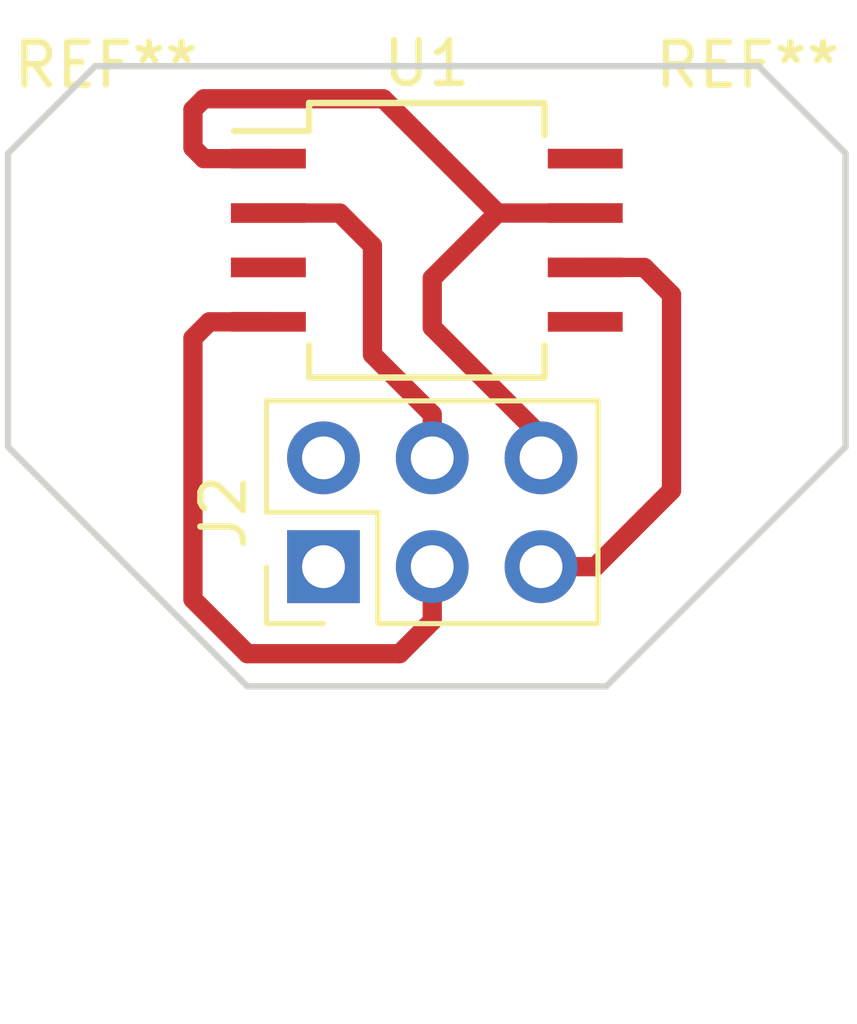
<source format=kicad_pcb>
(kicad_pcb (version 4) (host pcbnew 4.0.7-e2-6376~58~ubuntu16.04.1)

  (general
    (links 7)
    (no_connects 2)
    (area 140.640999 105.080999 160.349001 119.963001)
    (thickness 1.6)
    (drawings 8)
    (tracks 29)
    (zones 0)
    (modules 4)
    (nets 8)
  )

  (page A4)
  (layers
    (0 F.Cu signal)
    (31 B.Cu signal)
    (32 B.Adhes user)
    (33 F.Adhes user)
    (34 B.Paste user)
    (35 F.Paste user)
    (36 B.SilkS user)
    (37 F.SilkS user)
    (38 B.Mask user)
    (39 F.Mask user)
    (40 Dwgs.User user)
    (41 Cmts.User user)
    (42 Eco1.User user)
    (43 Eco2.User user)
    (44 Edge.Cuts user)
    (45 Margin user)
    (46 B.CrtYd user)
    (47 F.CrtYd user)
    (48 B.Fab user)
    (49 F.Fab user)
  )

  (setup
    (last_trace_width 0.45)
    (trace_clearance 0.8)
    (zone_clearance 0.508)
    (zone_45_only no)
    (trace_min 0.2)
    (segment_width 0.2)
    (edge_width 0.15)
    (via_size 0.6)
    (via_drill 0.4)
    (via_min_size 0.4)
    (via_min_drill 0.3)
    (uvia_size 0.3)
    (uvia_drill 0.1)
    (uvias_allowed no)
    (uvia_min_size 0.2)
    (uvia_min_drill 0.1)
    (pcb_text_width 0.3)
    (pcb_text_size 1.5 1.5)
    (mod_edge_width 0.15)
    (mod_text_size 1 1)
    (mod_text_width 0.15)
    (pad_size 1.7 1.7)
    (pad_drill 1)
    (pad_to_mask_clearance 0.2)
    (aux_axis_origin 143.002 108.331)
    (visible_elements 7FFFFFFF)
    (pcbplotparams
      (layerselection 0x01000_00000001)
      (usegerberextensions false)
      (excludeedgelayer true)
      (linewidth 0.100000)
      (plotframeref false)
      (viasonmask false)
      (mode 1)
      (useauxorigin false)
      (hpglpennumber 1)
      (hpglpenspeed 20)
      (hpglpendiameter 15)
      (hpglpenoverlay 2)
      (psnegative false)
      (psa4output false)
      (plotreference true)
      (plotvalue true)
      (plotinvisibletext false)
      (padsonsilk false)
      (subtractmaskfromsilk false)
      (outputformat 1)
      (mirror false)
      (drillshape 0)
      (scaleselection 1)
      (outputdirectory ""))
  )

  (net 0 "")
  (net 1 "Net-(J1-Pad1)")
  (net 2 "Net-(J1-Pad2)")
  (net 3 "Net-(J1-Pad3)")
  (net 4 "Net-(J1-Pad4)")
  (net 5 "Net-(J1-Pad5)")
  (net 6 "Net-(J1-Pad6)")
  (net 7 "Net-(J1-Pad8)")

  (net_class Default "This is the default net class."
    (clearance 0.8)
    (trace_width 0.45)
    (via_dia 0.6)
    (via_drill 0.4)
    (uvia_dia 0.3)
    (uvia_drill 0.1)
    (add_net "Net-(J1-Pad1)")
    (add_net "Net-(J1-Pad2)")
    (add_net "Net-(J1-Pad3)")
    (add_net "Net-(J1-Pad4)")
    (add_net "Net-(J1-Pad5)")
    (add_net "Net-(J1-Pad6)")
    (add_net "Net-(J1-Pad8)")
  )

  (module Housings_SOIC:SO-8_5.3x6.2mm_Pitch1.27mm (layer F.Cu) (tedit 5AD5425B) (tstamp 5ACEDD34)
    (at 150.495 109.22)
    (descr "8-Lead Plastic Small Outline, 5.3x6.2mm Body (http://www.ti.com.cn/cn/lit/ds/symlink/tl7705a.pdf)")
    (tags "SOIC 1.27")
    (path /5ACEDB73)
    (attr smd)
    (fp_text reference U1 (at 0 -4.13) (layer F.SilkS)
      (effects (font (size 1 1) (thickness 0.15)))
    )
    (fp_text value KMZ60 (at 0.127 -2.032) (layer F.Fab)
      (effects (font (size 1 1) (thickness 0.15)))
    )
    (fp_text user %R (at 0 0) (layer F.Fab)
      (effects (font (size 1 1) (thickness 0.15)))
    )
    (fp_line (start -1.65 -3.1) (end 2.65 -3.1) (layer F.Fab) (width 0.15))
    (fp_line (start 2.65 -3.1) (end 2.65 3.1) (layer F.Fab) (width 0.15))
    (fp_line (start 2.65 3.1) (end -2.65 3.1) (layer F.Fab) (width 0.15))
    (fp_line (start -2.65 3.1) (end -2.65 -2.1) (layer F.Fab) (width 0.15))
    (fp_line (start -2.65 -2.1) (end -1.65 -3.1) (layer F.Fab) (width 0.15))
    (fp_line (start -4.83 -3.35) (end -4.83 3.35) (layer F.CrtYd) (width 0.05))
    (fp_line (start 4.83 -3.35) (end 4.83 3.35) (layer F.CrtYd) (width 0.05))
    (fp_line (start -4.83 -3.35) (end 4.83 -3.35) (layer F.CrtYd) (width 0.05))
    (fp_line (start -4.83 3.35) (end 4.83 3.35) (layer F.CrtYd) (width 0.05))
    (fp_line (start -2.75 -3.205) (end -2.75 -2.55) (layer F.SilkS) (width 0.15))
    (fp_line (start 2.75 -3.205) (end 2.75 -2.455) (layer F.SilkS) (width 0.15))
    (fp_line (start 2.75 3.205) (end 2.75 2.455) (layer F.SilkS) (width 0.15))
    (fp_line (start -2.75 3.205) (end -2.75 2.455) (layer F.SilkS) (width 0.15))
    (fp_line (start -2.75 -3.205) (end 2.75 -3.205) (layer F.SilkS) (width 0.15))
    (fp_line (start -2.75 3.205) (end 2.75 3.205) (layer F.SilkS) (width 0.15))
    (fp_line (start -2.75 -2.55) (end -4.5 -2.55) (layer F.SilkS) (width 0.15))
    (pad 1 smd rect (at -3.7 -1.905) (size 1.75 0.46) (layers F.Cu F.Paste F.Mask)
      (net 1 "Net-(J1-Pad1)"))
    (pad 2 smd rect (at -3.7 -0.635) (size 1.75 0.46) (layers F.Cu F.Paste F.Mask)
      (net 2 "Net-(J1-Pad2)"))
    (pad 3 smd rect (at -3.7 0.635) (size 1.75 0.46) (layers F.Cu F.Paste F.Mask)
      (net 3 "Net-(J1-Pad3)"))
    (pad 4 smd rect (at -3.7 1.905) (size 1.75 0.46) (layers F.Cu F.Paste F.Mask)
      (net 4 "Net-(J1-Pad4)"))
    (pad 5 smd rect (at 3.7 1.905) (size 1.75 0.46) (layers F.Cu F.Paste F.Mask)
      (net 5 "Net-(J1-Pad5)"))
    (pad 6 smd rect (at 3.7 0.635) (size 1.75 0.46) (layers F.Cu F.Paste F.Mask)
      (net 6 "Net-(J1-Pad6)"))
    (pad 7 smd rect (at 3.7 -0.635) (size 1.75 0.46) (layers F.Cu F.Paste F.Mask)
      (net 1 "Net-(J1-Pad1)"))
    (pad 8 smd rect (at 3.7 -1.905) (size 1.75 0.46) (layers F.Cu F.Paste F.Mask)
      (net 7 "Net-(J1-Pad8)"))
    (model ${KISYS3DMOD}/Housings_SOIC.3dshapes/SO-8_5.3x6.2mm_Pitch1.27mm.wrl
      (at (xyz 0 0 0))
      (scale (xyz 1 1 1))
      (rotate (xyz 0 0 0))
    )
  )

  (module Mounting_Holes:MountingHole_2.2mm_M2 (layer F.Cu) (tedit 5AD1153F) (tstamp 5ACFEC1C)
    (at 143.002 108.331)
    (descr "Mounting Hole 2.2mm, no annular, M2")
    (tags "mounting hole 2.2mm no annular m2")
    (attr virtual)
    (fp_text reference REF** (at 0 -3.2) (layer F.SilkS)
      (effects (font (size 1 1) (thickness 0.15)))
    )
    (fp_text value "" (at 0 3.2) (layer F.Fab)
      (effects (font (size 1 1) (thickness 0.15)))
    )
    (fp_text user %R (at 0.3 0) (layer F.Fab)
      (effects (font (size 1 1) (thickness 0.15)))
    )
    (fp_circle (center 0 0) (end 2.2 0) (layer Cmts.User) (width 0.15))
    (fp_circle (center 0 0) (end 2.45 0) (layer F.CrtYd) (width 0.05))
    (pad 1 np_thru_hole circle (at 0 0) (size 2.2 2.2) (drill 2.2) (layers *.Cu *.Mask))
  )

  (module Mounting_Holes:MountingHole_2.2mm_M2 (layer F.Cu) (tedit 5AD11544) (tstamp 5ACFEC2B)
    (at 157.988 108.331)
    (descr "Mounting Hole 2.2mm, no annular, M2")
    (tags "mounting hole 2.2mm no annular m2")
    (attr virtual)
    (fp_text reference REF** (at 0 -3.2) (layer F.SilkS)
      (effects (font (size 1 1) (thickness 0.15)))
    )
    (fp_text value "" (at 0 3.2) (layer F.Fab)
      (effects (font (size 1 1) (thickness 0.15)))
    )
    (fp_text user %R (at 0.3 0) (layer F.Fab)
      (effects (font (size 1 1) (thickness 0.15)))
    )
    (fp_circle (center 0 0) (end 2.2 0) (layer Cmts.User) (width 0.15))
    (fp_circle (center 0 0) (end 2.45 0) (layer F.CrtYd) (width 0.05))
    (pad 1 np_thru_hole circle (at 0 0) (size 2.2 2.2) (drill 2.2) (layers *.Cu *.Mask))
  )

  (module Pin_Headers:Pin_Header_Straight_2x03_Pitch2.54mm (layer F.Cu) (tedit 5AD54373) (tstamp 5AD54236)
    (at 148.082 116.84 90)
    (descr "Through hole straight pin header, 2x03, 2.54mm pitch, double rows")
    (tags "Through hole pin header THT 2x03 2.54mm double row")
    (path /5AD54106)
    (fp_text reference J2 (at 1.27 -2.33 90) (layer F.SilkS)
      (effects (font (size 1 1) (thickness 0.15)))
    )
    (fp_text value Conn_02x03_Counter_Clockwise (at 1.27 7.41 90) (layer F.Fab)
      (effects (font (size 1 1) (thickness 0.15)))
    )
    (fp_line (start 0 -1.27) (end 3.81 -1.27) (layer F.Fab) (width 0.1))
    (fp_line (start 3.81 -1.27) (end 3.81 6.35) (layer F.Fab) (width 0.1))
    (fp_line (start 3.81 6.35) (end -1.27 6.35) (layer F.Fab) (width 0.1))
    (fp_line (start -1.27 6.35) (end -1.27 0) (layer F.Fab) (width 0.1))
    (fp_line (start -1.27 0) (end 0 -1.27) (layer F.Fab) (width 0.1))
    (fp_line (start -1.33 6.41) (end 3.87 6.41) (layer F.SilkS) (width 0.12))
    (fp_line (start -1.33 1.27) (end -1.33 6.41) (layer F.SilkS) (width 0.12))
    (fp_line (start 3.87 -1.33) (end 3.87 6.41) (layer F.SilkS) (width 0.12))
    (fp_line (start -1.33 1.27) (end 1.27 1.27) (layer F.SilkS) (width 0.12))
    (fp_line (start 1.27 1.27) (end 1.27 -1.33) (layer F.SilkS) (width 0.12))
    (fp_line (start 1.27 -1.33) (end 3.87 -1.33) (layer F.SilkS) (width 0.12))
    (fp_line (start -1.33 0) (end -1.33 -1.33) (layer F.SilkS) (width 0.12))
    (fp_line (start -1.33 -1.33) (end 0 -1.33) (layer F.SilkS) (width 0.12))
    (fp_line (start -1.8 -1.8) (end -1.8 6.85) (layer F.CrtYd) (width 0.05))
    (fp_line (start -1.8 6.85) (end 4.35 6.85) (layer F.CrtYd) (width 0.05))
    (fp_line (start 4.35 6.85) (end 4.35 -1.8) (layer F.CrtYd) (width 0.05))
    (fp_line (start 4.35 -1.8) (end -1.8 -1.8) (layer F.CrtYd) (width 0.05))
    (fp_text user %R (at 1.27 2.54 180) (layer F.Fab)
      (effects (font (size 1 1) (thickness 0.15)))
    )
    (pad 1 thru_hole rect (at 0 0 90) (size 1.7 1.7) (drill 1) (layers *.Cu *.Mask)
      (net 1 "Net-(J1-Pad1)"))
    (pad 6 thru_hole oval (at 2.54 0 90) (size 1.7 1.7) (drill 1) (layers *.Cu *.Mask)
      (net 6 "Net-(J1-Pad6)"))
    (pad 5 thru_hole oval (at 0 2.54 90) (size 1.7 1.7) (drill 1) (layers *.Cu *.Mask)
      (net 4 "Net-(J1-Pad4)"))
    (pad 2 thru_hole oval (at 2.54 2.54 90) (size 1.7 1.7) (drill 1) (layers *.Cu *.Mask)
      (net 2 "Net-(J1-Pad2)"))
    (pad 3 thru_hole oval (at 0 5.08 90) (size 1.7 1.7) (drill 1) (layers *.Cu *.Mask)
      (net 6 "Net-(J1-Pad6)"))
    (pad 4 thru_hole oval (at 2.54 5.08 90) (size 1.7 1.7) (drill 1) (layers *.Cu *.Mask)
      (net 1 "Net-(J1-Pad1)"))
    (model ${KISYS3DMOD}/Pin_Headers.3dshapes/Pin_Header_Straight_2x03_Pitch2.54mm.wrl
      (at (xyz 0 0 0))
      (scale (xyz 1 1 1))
      (rotate (xyz 0 0 0))
    )
  )

  (gr_line (start 160.274 114.046) (end 154.686 119.634) (angle 90) (layer Edge.Cuts) (width 0.15))
  (gr_line (start 160.274 114.046) (end 160.274 107.188) (angle 90) (layer Edge.Cuts) (width 0.15))
  (gr_line (start 146.304 119.634) (end 154.686 119.634) (angle 90) (layer Edge.Cuts) (width 0.15))
  (gr_line (start 158.242 105.156) (end 142.748 105.156) (angle 90) (layer Edge.Cuts) (width 0.15))
  (gr_line (start 158.242 105.156) (end 160.274 107.188) (angle 90) (layer Edge.Cuts) (width 0.15))
  (gr_line (start 140.716 107.188) (end 140.716 114.046) (angle 90) (layer Edge.Cuts) (width 0.15))
  (gr_line (start 146.304 119.634) (end 140.716 114.046) (angle 90) (layer Edge.Cuts) (width 0.15))
  (gr_line (start 140.716 107.188) (end 142.748 105.156) (angle 90) (layer Edge.Cuts) (width 0.15))

  (segment (start 150.622 110.109) (end 150.622 111.252) (width 0.45) (layer F.Cu) (net 1))
  (segment (start 150.622 111.252) (end 153.162 113.792) (width 0.45) (layer F.Cu) (net 1) (tstamp 5AD543F1))
  (segment (start 153.162 113.792) (end 153.162 114.3) (width 0.45) (layer F.Cu) (net 1) (tstamp 5AD543F2))
  (segment (start 146.795 107.315) (end 145.288 107.315) (width 0.45) (layer F.Cu) (net 1))
  (segment (start 149.479 105.918) (end 152.146 108.585) (width 0.45) (layer F.Cu) (net 1) (tstamp 5ACFE765))
  (segment (start 145.288 105.918) (end 149.479 105.918) (width 0.45) (layer F.Cu) (net 1) (tstamp 5ACFE764))
  (segment (start 145.034 106.172) (end 145.288 105.918) (width 0.45) (layer F.Cu) (net 1) (tstamp 5ACFE763))
  (segment (start 145.034 107.061) (end 145.034 106.172) (width 0.45) (layer F.Cu) (net 1) (tstamp 5ACFE762))
  (segment (start 145.288 107.315) (end 145.034 107.061) (width 0.45) (layer F.Cu) (net 1) (tstamp 5ACFE761))
  (segment (start 154.195 108.585) (end 152.146 108.585) (width 0.45) (layer F.Cu) (net 1))
  (segment (start 152.146 108.585) (end 150.622 110.109) (width 0.45) (layer F.Cu) (net 1) (tstamp 5ACFE5F3))
  (segment (start 150.622 110.109) (end 150.622 110.109) (width 0.45) (layer F.Cu) (net 1) (tstamp 5AD543EF))
  (segment (start 149.225 109.347) (end 149.225 111.887) (width 0.45) (layer F.Cu) (net 2))
  (segment (start 148.463 108.585) (end 149.225 109.347) (width 0.45) (layer F.Cu) (net 2) (tstamp 5ACFE5FD))
  (segment (start 146.795 108.585) (end 148.463 108.585) (width 0.45) (layer F.Cu) (net 2))
  (segment (start 150.622 113.284) (end 150.622 114.3) (width 0.45) (layer F.Cu) (net 2) (tstamp 5AD54493) (status 800000))
  (segment (start 149.225 111.887) (end 150.622 113.284) (width 0.45) (layer F.Cu) (net 2) (tstamp 5AD54492))
  (segment (start 146.795 111.125) (end 145.415 111.125) (width 0.45) (layer F.Cu) (net 4) (status 400000))
  (segment (start 150.622 118.11) (end 150.622 116.84) (width 0.45) (layer F.Cu) (net 4) (tstamp 5AD5449E) (status 800000))
  (segment (start 149.86 118.872) (end 150.622 118.11) (width 0.45) (layer F.Cu) (net 4) (tstamp 5AD5449D))
  (segment (start 146.304 118.872) (end 149.86 118.872) (width 0.45) (layer F.Cu) (net 4) (tstamp 5AD5449C))
  (segment (start 145.034 117.602) (end 146.304 118.872) (width 0.45) (layer F.Cu) (net 4) (tstamp 5AD5449A))
  (segment (start 145.034 111.506) (end 145.034 117.602) (width 0.45) (layer F.Cu) (net 4) (tstamp 5AD54499))
  (segment (start 145.415 111.125) (end 145.034 111.506) (width 0.45) (layer F.Cu) (net 4) (tstamp 5AD54498))
  (segment (start 154.195 109.855) (end 155.575 109.855) (width 0.45) (layer F.Cu) (net 6))
  (segment (start 154.432 116.84) (end 153.162 116.84) (width 0.45) (layer F.Cu) (net 6) (tstamp 5AD543F8))
  (segment (start 156.21 115.062) (end 154.432 116.84) (width 0.45) (layer F.Cu) (net 6) (tstamp 5AD543F7))
  (segment (start 156.21 110.49) (end 156.21 115.062) (width 0.45) (layer F.Cu) (net 6) (tstamp 5AD543F6))
  (segment (start 155.575 109.855) (end 156.21 110.49) (width 0.45) (layer F.Cu) (net 6) (tstamp 5AD543F5))

)

</source>
